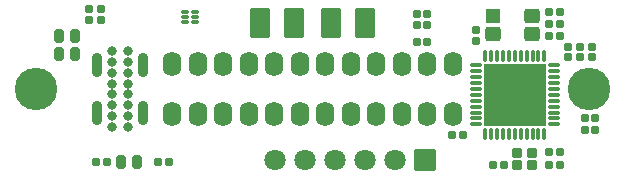
<source format=gbs>
G04*
G04 #@! TF.GenerationSoftware,Altium Limited,Altium Designer,25.5.2 (35)*
G04*
G04 Layer_Color=16711935*
%FSLAX44Y44*%
%MOMM*%
G71*
G04*
G04 #@! TF.SameCoordinates,449EA512-5FDF-437D-9D79-FEBFBDB7331F*
G04*
G04*
G04 #@! TF.FilePolarity,Negative*
G04*
G01*
G75*
%ADD12C,3.6000*%
%ADD13O,1.6000X2.1000*%
%ADD14O,0.9000X2.1000*%
%ADD15C,0.8000*%
G04:AMPARAMS|DCode=16|XSize=1.8mm|YSize=1.8mm|CornerRadius=0.1mm|HoleSize=0mm|Usage=FLASHONLY|Rotation=180.000|XOffset=0mm|YOffset=0mm|HoleType=Round|Shape=RoundedRectangle|*
%AMROUNDEDRECTD16*
21,1,1.8000,1.6000,0,0,180.0*
21,1,1.6000,1.8000,0,0,180.0*
1,1,0.2000,-0.8000,0.8000*
1,1,0.2000,0.8000,0.8000*
1,1,0.2000,0.8000,-0.8000*
1,1,0.2000,-0.8000,-0.8000*
%
%ADD16ROUNDEDRECTD16*%
%ADD17C,1.8000*%
%ADD18C,0.7032*%
G04:AMPARAMS|DCode=45|XSize=0.3mm|YSize=0.7mm|CornerRadius=0.1mm|HoleSize=0mm|Usage=FLASHONLY|Rotation=270.000|XOffset=0mm|YOffset=0mm|HoleType=Round|Shape=RoundedRectangle|*
%AMROUNDEDRECTD45*
21,1,0.3000,0.5000,0,0,270.0*
21,1,0.1000,0.7000,0,0,270.0*
1,1,0.2000,-0.2500,-0.0500*
1,1,0.2000,-0.2500,0.0500*
1,1,0.2000,0.2500,0.0500*
1,1,0.2000,0.2500,-0.0500*
%
%ADD45ROUNDEDRECTD45*%
G04:AMPARAMS|DCode=46|XSize=0.87mm|YSize=1.14mm|CornerRadius=0.165mm|HoleSize=0mm|Usage=FLASHONLY|Rotation=180.000|XOffset=0mm|YOffset=0mm|HoleType=Round|Shape=RoundedRectangle|*
%AMROUNDEDRECTD46*
21,1,0.8700,0.8100,0,0,180.0*
21,1,0.5400,1.1400,0,0,180.0*
1,1,0.3300,-0.2700,0.4050*
1,1,0.3300,0.2700,0.4050*
1,1,0.3300,0.2700,-0.4050*
1,1,0.3300,-0.2700,-0.4050*
%
%ADD46ROUNDEDRECTD46*%
G04:AMPARAMS|DCode=47|XSize=0.7mm|YSize=0.75mm|CornerRadius=0.1438mm|HoleSize=0mm|Usage=FLASHONLY|Rotation=0.000|XOffset=0mm|YOffset=0mm|HoleType=Round|Shape=RoundedRectangle|*
%AMROUNDEDRECTD47*
21,1,0.7000,0.4625,0,0,0.0*
21,1,0.4125,0.7500,0,0,0.0*
1,1,0.2875,0.2063,-0.2313*
1,1,0.2875,-0.2063,-0.2313*
1,1,0.2875,-0.2063,0.2313*
1,1,0.2875,0.2063,0.2313*
%
%ADD47ROUNDEDRECTD47*%
G04:AMPARAMS|DCode=48|XSize=0.7mm|YSize=0.75mm|CornerRadius=0.1438mm|HoleSize=0mm|Usage=FLASHONLY|Rotation=90.000|XOffset=0mm|YOffset=0mm|HoleType=Round|Shape=RoundedRectangle|*
%AMROUNDEDRECTD48*
21,1,0.7000,0.4625,0,0,90.0*
21,1,0.4125,0.7500,0,0,90.0*
1,1,0.2875,0.2313,0.2063*
1,1,0.2875,0.2313,-0.2063*
1,1,0.2875,-0.2313,-0.2063*
1,1,0.2875,-0.2313,0.2063*
%
%ADD48ROUNDEDRECTD48*%
G04:AMPARAMS|DCode=49|XSize=0.35mm|YSize=0.95mm|CornerRadius=0.1mm|HoleSize=0mm|Usage=FLASHONLY|Rotation=180.000|XOffset=0mm|YOffset=0mm|HoleType=Round|Shape=RoundedRectangle|*
%AMROUNDEDRECTD49*
21,1,0.3500,0.7500,0,0,180.0*
21,1,0.1500,0.9500,0,0,180.0*
1,1,0.2000,-0.0750,0.3750*
1,1,0.2000,0.0750,0.3750*
1,1,0.2000,0.0750,-0.3750*
1,1,0.2000,-0.0750,-0.3750*
%
%ADD49ROUNDEDRECTD49*%
G04:AMPARAMS|DCode=50|XSize=0.35mm|YSize=0.95mm|CornerRadius=0.1mm|HoleSize=0mm|Usage=FLASHONLY|Rotation=90.000|XOffset=0mm|YOffset=0mm|HoleType=Round|Shape=RoundedRectangle|*
%AMROUNDEDRECTD50*
21,1,0.3500,0.7500,0,0,90.0*
21,1,0.1500,0.9500,0,0,90.0*
1,1,0.2000,0.3750,0.0750*
1,1,0.2000,0.3750,-0.0750*
1,1,0.2000,-0.3750,-0.0750*
1,1,0.2000,-0.3750,0.0750*
%
%ADD50ROUNDEDRECTD50*%
G04:AMPARAMS|DCode=51|XSize=5.3mm|YSize=5.3mm|CornerRadius=0.1mm|HoleSize=0mm|Usage=FLASHONLY|Rotation=180.000|XOffset=0mm|YOffset=0mm|HoleType=Round|Shape=RoundedRectangle|*
%AMROUNDEDRECTD51*
21,1,5.3000,5.1000,0,0,180.0*
21,1,5.1000,5.3000,0,0,180.0*
1,1,0.2000,-2.5500,2.5500*
1,1,0.2000,2.5500,2.5500*
1,1,0.2000,2.5500,-2.5500*
1,1,0.2000,-2.5500,-2.5500*
%
%ADD51ROUNDEDRECTD51*%
G04:AMPARAMS|DCode=52|XSize=0.875mm|YSize=0.775mm|CornerRadius=0.0838mm|HoleSize=0mm|Usage=FLASHONLY|Rotation=0.000|XOffset=0mm|YOffset=0mm|HoleType=Round|Shape=RoundedRectangle|*
%AMROUNDEDRECTD52*
21,1,0.8750,0.6075,0,0,0.0*
21,1,0.7075,0.7750,0,0,0.0*
1,1,0.1675,0.3538,-0.3038*
1,1,0.1675,-0.3538,-0.3038*
1,1,0.1675,-0.3538,0.3038*
1,1,0.1675,0.3538,0.3038*
%
%ADD52ROUNDEDRECTD52*%
G04:AMPARAMS|DCode=53|XSize=1.3mm|YSize=1.2mm|CornerRadius=0.2063mm|HoleSize=0mm|Usage=FLASHONLY|Rotation=0.000|XOffset=0mm|YOffset=0mm|HoleType=Round|Shape=RoundedRectangle|*
%AMROUNDEDRECTD53*
21,1,1.3000,0.7875,0,0,0.0*
21,1,0.8875,1.2000,0,0,0.0*
1,1,0.4125,0.4438,-0.3938*
1,1,0.4125,-0.4438,-0.3938*
1,1,0.4125,-0.4438,0.3938*
1,1,0.4125,0.4438,0.3938*
%
%ADD53ROUNDEDRECTD53*%
G04:AMPARAMS|DCode=54|XSize=1.7mm|YSize=2.5mm|CornerRadius=0.1mm|HoleSize=0mm|Usage=FLASHONLY|Rotation=0.000|XOffset=0mm|YOffset=0mm|HoleType=Round|Shape=RoundedRectangle|*
%AMROUNDEDRECTD54*
21,1,1.7000,2.3000,0,0,0.0*
21,1,1.5000,2.5000,0,0,0.0*
1,1,0.2000,0.7500,-1.1500*
1,1,0.2000,-0.7500,-1.1500*
1,1,0.2000,-0.7500,1.1500*
1,1,0.2000,0.7500,1.1500*
%
%ADD54ROUNDEDRECTD54*%
%ADD55R,1.3000X1.2000*%
D12*
X-234000Y-0D02*
D03*
X234122D02*
D03*
D13*
X-118684Y21463D02*
D03*
X-97094D02*
D03*
X-75504D02*
D03*
X-53914D02*
D03*
X-32324D02*
D03*
X-10734D02*
D03*
X10856D02*
D03*
X32446D02*
D03*
X54036D02*
D03*
X75626D02*
D03*
X97216D02*
D03*
X118806D02*
D03*
X-118684Y-21463D02*
D03*
X-97094D02*
D03*
X-75504D02*
D03*
X-53914D02*
D03*
X-32324D02*
D03*
X-10734D02*
D03*
X10856D02*
D03*
X32446D02*
D03*
X54036D02*
D03*
X75626D02*
D03*
X97216D02*
D03*
X118806D02*
D03*
D14*
X-182300Y-20000D02*
D03*
Y20000D02*
D03*
X-143700D02*
D03*
Y-20000D02*
D03*
D15*
X-156000Y-32500D02*
D03*
Y-23000D02*
D03*
Y-13500D02*
D03*
Y-4500D02*
D03*
Y4500D02*
D03*
Y13500D02*
D03*
Y23000D02*
D03*
Y32500D02*
D03*
X-170000D02*
D03*
Y23000D02*
D03*
Y13500D02*
D03*
Y4500D02*
D03*
Y-4500D02*
D03*
Y-13500D02*
D03*
Y-23000D02*
D03*
Y-32500D02*
D03*
D16*
X95000Y-59750D02*
D03*
D17*
X-32000D02*
D03*
X69600Y-59750D02*
D03*
X44200Y-59750D02*
D03*
X18800Y-59750D02*
D03*
X-6600Y-59750D02*
D03*
D18*
X171250Y-5000D02*
D03*
D45*
X-108100Y56750D02*
D03*
X-108100Y60750D02*
D03*
X-99900Y64750D02*
D03*
X-99900Y60750D02*
D03*
X-99900Y56750D02*
D03*
X-108100Y64750D02*
D03*
D46*
X-200850Y30000D02*
D03*
X-214650D02*
D03*
Y45000D02*
D03*
X-200850D02*
D03*
X-162400Y-61500D02*
D03*
X-148500D02*
D03*
D47*
X209250Y-64750D02*
D03*
X200250D02*
D03*
X153000Y-64750D02*
D03*
X162000D02*
D03*
X118139Y-39125D02*
D03*
X127139D02*
D03*
X209500Y65000D02*
D03*
X200500D02*
D03*
X209500Y45000D02*
D03*
X200500D02*
D03*
X-183000Y-61500D02*
D03*
X-174000D02*
D03*
X209250Y-53500D02*
D03*
X200250D02*
D03*
X239500Y-25000D02*
D03*
X230500D02*
D03*
X-121750Y-61500D02*
D03*
X-130750D02*
D03*
X239500Y-35000D02*
D03*
X230500D02*
D03*
X97250Y53750D02*
D03*
X88250D02*
D03*
Y63750D02*
D03*
X97250D02*
D03*
X200500Y55000D02*
D03*
X209500D02*
D03*
X97250Y39750D02*
D03*
X88250D02*
D03*
D48*
X138750Y49500D02*
D03*
Y40500D02*
D03*
X216250Y35750D02*
D03*
Y26750D02*
D03*
X-189000Y67750D02*
D03*
Y58750D02*
D03*
X-178750D02*
D03*
Y67750D02*
D03*
X236250Y26750D02*
D03*
Y35750D02*
D03*
X226250D02*
D03*
Y26750D02*
D03*
D49*
X146250Y-38000D02*
D03*
X196250Y-38000D02*
D03*
X191250Y-38000D02*
D03*
X171250Y-38000D02*
D03*
X166250Y-38000D02*
D03*
X161250Y-38000D02*
D03*
X156250Y-38000D02*
D03*
X151250D02*
D03*
X156250Y28000D02*
D03*
X161250Y28000D02*
D03*
X166250Y28000D02*
D03*
X171250D02*
D03*
X176250D02*
D03*
X181250Y28000D02*
D03*
X186250Y28000D02*
D03*
X191250Y28000D02*
D03*
X151250D02*
D03*
X181250Y-38000D02*
D03*
X176250Y-38000D02*
D03*
X196250Y28000D02*
D03*
X146250D02*
D03*
X186250Y-38000D02*
D03*
D50*
X204250Y20000D02*
D03*
X204250Y10000D02*
D03*
X204250Y5000D02*
D03*
X204250Y-5000D02*
D03*
X204250Y-15000D02*
D03*
X204250Y-20000D02*
D03*
X204250Y-25000D02*
D03*
Y-30000D02*
D03*
X138250Y-20000D02*
D03*
X138250Y-15000D02*
D03*
X138250Y-10000D02*
D03*
X138250Y-5000D02*
D03*
X138250Y0D02*
D03*
Y5000D02*
D03*
X138250Y10000D02*
D03*
Y15000D02*
D03*
X138250Y20000D02*
D03*
X138250Y-30000D02*
D03*
X204250Y-0D02*
D03*
X138250Y-25000D02*
D03*
X204250Y-10000D02*
D03*
X204250Y15000D02*
D03*
D51*
X171250Y-5000D02*
D03*
D52*
X185625Y-54630D02*
D03*
X185625Y-64375D02*
D03*
X172880Y-64375D02*
D03*
X172880Y-54630D02*
D03*
D53*
X152500Y46250D02*
D03*
X186000D02*
D03*
Y61750D02*
D03*
D54*
X15750Y56000D02*
D03*
X-44250D02*
D03*
X-15750Y56000D02*
D03*
X44250D02*
D03*
D55*
X152500Y61750D02*
D03*
M02*

</source>
